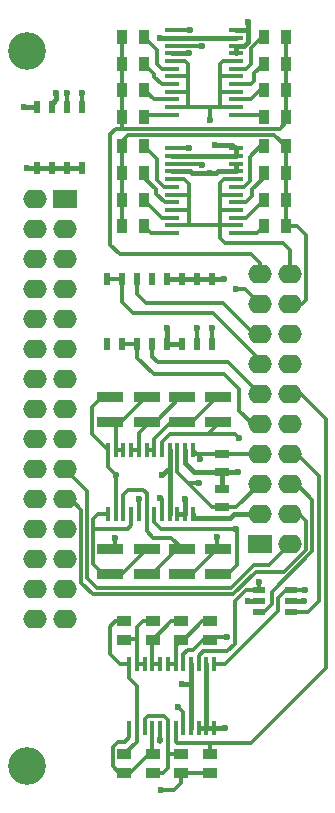
<source format=gtl>
G04*
G04 #@! TF.GenerationSoftware,Altium Limited,Altium Designer,18.1.7 (191)*
G04*
G04 Layer_Physical_Order=1*
G04 Layer_Color=255*
%FSLAX44Y44*%
%MOMM*%
G71*
G01*
G75*
%ADD13R,2.2000X0.9000*%
%ADD14R,1.2000X0.8500*%
%ADD15R,0.9000X1.3000*%
%ADD16R,0.3000X1.3000*%
%ADD17R,1.1000X0.6000*%
%ADD18R,1.3000X0.7000*%
%ADD19R,0.5100X1.1000*%
%ADD20R,1.3000X0.3000*%
%ADD34C,0.3000*%
%ADD35C,0.4000*%
%ADD36R,2.0000X1.6000*%
%ADD37O,2.0000X1.6000*%
%ADD38C,3.2000*%
%ADD39C,0.6000*%
D13*
X1249136Y1970500D02*
D03*
Y1949500D02*
D03*
Y1820316D02*
D03*
Y1841316D02*
D03*
X1219050D02*
D03*
Y1820316D02*
D03*
X1188772Y1949500D02*
D03*
Y1970500D02*
D03*
Y1841316D02*
D03*
Y1820316D02*
D03*
X1158240Y1949500D02*
D03*
Y1970500D02*
D03*
Y1841316D02*
D03*
Y1820316D02*
D03*
X1219050Y1949500D02*
D03*
Y1970500D02*
D03*
D14*
X1170000Y1780250D02*
D03*
Y1764750D02*
D03*
X1194167Y1780250D02*
D03*
Y1764750D02*
D03*
X1218333Y1780250D02*
D03*
Y1764750D02*
D03*
X1242500Y1780250D02*
D03*
Y1764750D02*
D03*
X1242500Y1652250D02*
D03*
Y1667750D02*
D03*
X1218333D02*
D03*
Y1652250D02*
D03*
X1194167Y1667750D02*
D03*
Y1652250D02*
D03*
X1170000Y1667750D02*
D03*
Y1652250D02*
D03*
D15*
X1288000Y2115000D02*
D03*
X1307000D02*
D03*
X1288000Y2137500D02*
D03*
X1307000D02*
D03*
X1288000Y2160000D02*
D03*
X1307000D02*
D03*
X1288000Y2182500D02*
D03*
X1307000D02*
D03*
X1288000Y2207500D02*
D03*
X1307000D02*
D03*
X1288000Y2230000D02*
D03*
X1307000D02*
D03*
X1288000Y2252500D02*
D03*
X1307000D02*
D03*
X1288000Y2275000D02*
D03*
X1307000D02*
D03*
X1187000Y2115000D02*
D03*
X1168000D02*
D03*
X1187000Y2137500D02*
D03*
X1168000D02*
D03*
X1187000Y2160000D02*
D03*
X1168000D02*
D03*
X1187000Y2182500D02*
D03*
X1168000D02*
D03*
X1187000Y2207500D02*
D03*
X1168000D02*
D03*
X1187000Y2230000D02*
D03*
X1168000D02*
D03*
X1187000Y2252500D02*
D03*
X1168000D02*
D03*
X1187000Y2275000D02*
D03*
X1168000D02*
D03*
D16*
X1227772Y1925142D02*
D03*
X1221272D02*
D03*
X1214772D02*
D03*
X1208272D02*
D03*
X1201772D02*
D03*
X1195272D02*
D03*
X1188772D02*
D03*
X1182272D02*
D03*
X1175772D02*
D03*
X1169272D02*
D03*
X1162772D02*
D03*
X1156272D02*
D03*
X1227772Y1871142D02*
D03*
X1221272D02*
D03*
X1214772D02*
D03*
X1208272D02*
D03*
X1201772D02*
D03*
X1195272D02*
D03*
X1188772D02*
D03*
X1182272D02*
D03*
X1175772D02*
D03*
X1169272D02*
D03*
X1162772D02*
D03*
X1156272D02*
D03*
X1245836Y1743878D02*
D03*
X1239336D02*
D03*
X1232836D02*
D03*
X1226336D02*
D03*
X1219836D02*
D03*
X1213336D02*
D03*
X1206836D02*
D03*
X1200336D02*
D03*
X1193836D02*
D03*
X1187336D02*
D03*
X1180836D02*
D03*
X1174336D02*
D03*
X1245836Y1689878D02*
D03*
X1239336D02*
D03*
X1232836D02*
D03*
X1226336D02*
D03*
X1219836D02*
D03*
X1213336D02*
D03*
X1206836D02*
D03*
X1200336D02*
D03*
X1193836D02*
D03*
X1187336D02*
D03*
X1180836D02*
D03*
X1174336D02*
D03*
D17*
X1311000Y1788000D02*
D03*
Y1797500D02*
D03*
Y1807000D02*
D03*
X1284000Y1788000D02*
D03*
Y1797500D02*
D03*
Y1807000D02*
D03*
D18*
X1252500Y1892350D02*
D03*
Y1876850D02*
D03*
Y1906850D02*
D03*
Y1922350D02*
D03*
D19*
X1155550Y2015000D02*
D03*
X1168250D02*
D03*
X1180950D02*
D03*
X1193650D02*
D03*
X1206350D02*
D03*
X1219050D02*
D03*
X1231750D02*
D03*
X1244450D02*
D03*
X1155550Y2070000D02*
D03*
X1168250D02*
D03*
X1180950D02*
D03*
X1193650D02*
D03*
X1206350D02*
D03*
X1219050D02*
D03*
X1231750D02*
D03*
X1244450D02*
D03*
X1134050Y2215500D02*
D03*
X1121350D02*
D03*
X1108650D02*
D03*
X1095950D02*
D03*
X1134050Y2164500D02*
D03*
X1121350D02*
D03*
X1108650D02*
D03*
X1095950D02*
D03*
D20*
X1210500Y2180750D02*
D03*
Y2174250D02*
D03*
Y2167750D02*
D03*
Y2161250D02*
D03*
Y2154750D02*
D03*
Y2148250D02*
D03*
Y2141750D02*
D03*
Y2135250D02*
D03*
Y2128750D02*
D03*
Y2122250D02*
D03*
Y2115750D02*
D03*
Y2109250D02*
D03*
X1264500Y2180750D02*
D03*
Y2174250D02*
D03*
Y2167750D02*
D03*
Y2161250D02*
D03*
Y2154750D02*
D03*
Y2148250D02*
D03*
Y2141750D02*
D03*
Y2135250D02*
D03*
Y2128750D02*
D03*
Y2122250D02*
D03*
Y2115750D02*
D03*
Y2109250D02*
D03*
X1210500Y2280750D02*
D03*
Y2274250D02*
D03*
Y2267750D02*
D03*
Y2261250D02*
D03*
Y2254750D02*
D03*
Y2248250D02*
D03*
Y2241750D02*
D03*
Y2235250D02*
D03*
Y2228750D02*
D03*
Y2222250D02*
D03*
Y2215750D02*
D03*
Y2209250D02*
D03*
X1264500Y2280750D02*
D03*
Y2274250D02*
D03*
Y2267750D02*
D03*
Y2261250D02*
D03*
Y2254750D02*
D03*
Y2248250D02*
D03*
Y2241750D02*
D03*
Y2235250D02*
D03*
Y2228750D02*
D03*
Y2222250D02*
D03*
Y2215750D02*
D03*
Y2209250D02*
D03*
D34*
X1158240Y1841316D02*
X1162154Y1845230D01*
Y1851152D01*
X1143962Y1858518D02*
X1172718D01*
X1248480Y1841316D02*
Y1851336D01*
X1249136Y1820316D02*
X1257532D01*
X1248480D02*
X1249136D01*
X1200336Y1678586D02*
Y1689878D01*
X1218333Y1643911D02*
Y1652250D01*
X1211922Y1637500D02*
X1218333Y1643911D01*
X1201100Y1637500D02*
X1211922D01*
X1189772Y1667500D02*
X1195000D01*
X1193500Y1669000D02*
X1194750Y1667750D01*
X1174522Y1652250D02*
X1189772Y1667500D01*
X1170000Y1652250D02*
X1174522D01*
X1194750Y1667750D02*
X1195000Y1667500D01*
X1194167Y1667750D02*
X1194750D01*
X1193500Y1669000D02*
Y1689542D01*
X1193836Y1689878D01*
X1152500Y1820000D02*
X1158240D01*
X1143740Y1828760D02*
X1152500Y1820000D01*
X1143740Y1828760D02*
Y1858740D01*
Y1867382D01*
X1147500Y1871142D01*
X1156272D01*
X1241480Y1940000D02*
X1248480Y1947000D01*
X1263518Y1938914D02*
X1267206Y1935226D01*
X1240394Y1938914D02*
X1263518D01*
X1240394D02*
X1241480Y1940000D01*
X1208250Y1938914D02*
X1240394D01*
X1201772Y1932436D02*
X1208250Y1938914D01*
X1209708Y1949500D02*
X1227480D01*
X1195272Y1935064D02*
X1209708Y1949500D01*
X1254574Y2154750D02*
X1264500D01*
X1251204Y2151380D02*
X1254574Y2154750D01*
X1277500Y2265815D02*
X1286685Y2275000D01*
X1288000D01*
X1166064Y2091436D02*
X1277318D01*
X1158240Y2099260D02*
X1166064Y2091436D01*
X1158240Y2099260D02*
Y2193036D01*
X1284600Y2074300D02*
Y2084154D01*
X1277318Y2091436D02*
X1284600Y2084154D01*
X1310000Y2074300D02*
Y2095000D01*
X1304420Y2100580D02*
X1310000Y2095000D01*
X1255522Y2100580D02*
X1304420D01*
X1323500Y2052226D02*
Y2107500D01*
X1316000Y2115000D02*
X1323500Y2107500D01*
X1307000Y2115000D02*
X1316000D01*
X1219050Y1970500D02*
X1219644D01*
X1212644D02*
X1217500D01*
X1182272Y1940128D02*
X1191644Y1949500D01*
X1196500D01*
X1188772D02*
X1191644D01*
X1219050Y1970500D02*
X1219050Y1970500D01*
X1217500Y1970500D02*
X1219050D01*
X1196500Y1949500D02*
X1217500Y1970500D01*
X1188772Y1970500D02*
X1191644D01*
X1188000D02*
X1188772D01*
X1167000Y1949500D02*
X1188000Y1970500D01*
X1164694Y1949500D02*
X1167000D01*
X1151922Y1970500D02*
X1164694D01*
X1142500Y1961650D02*
X1151636Y1970786D01*
X1142500Y1938914D02*
Y1961650D01*
Y1938914D02*
X1156272Y1925142D01*
X1263650Y1761520D02*
Y1797842D01*
X1257016Y1754886D02*
X1263650Y1761520D01*
X1236980Y1754886D02*
X1257016D01*
X1209808Y1851152D02*
X1219644Y1841316D01*
X1193588Y1820316D02*
X1198644D01*
X1188772D02*
X1193588D01*
X1214588Y1841316D02*
X1219050D01*
X1193588Y1820316D02*
X1214588Y1841316D01*
X1158240Y1820316D02*
X1167772D01*
X1188772Y1841316D01*
X1143740Y1858740D02*
X1143962Y1858518D01*
X1138682Y1817072D02*
Y1890518D01*
X1133682Y1812718D02*
Y1874948D01*
X1147020Y1808734D02*
X1260400D01*
X1138682Y1817072D02*
X1147020Y1808734D01*
X1180836Y1743878D02*
X1187336D01*
X1307000Y2160000D02*
Y2182500D01*
X1233932Y1922350D02*
X1252500D01*
X1230564D02*
X1233932D01*
Y1917446D02*
Y1922350D01*
X1224153Y1897253D02*
X1244556Y1876850D01*
X1214772Y1906634D02*
X1224153Y1897253D01*
X1232709D02*
X1232836Y1897126D01*
X1224153Y1897253D02*
X1232709D01*
X1319800Y1972700D02*
X1340612Y1951888D01*
X1340612Y1740612D02*
Y1951888D01*
X1277500Y1677500D02*
X1340612Y1740612D01*
X1316600Y1921900D02*
X1334770Y1903730D01*
X1334908Y1797270D02*
Y1903730D01*
X1325500Y1788000D02*
X1334770Y1797270D01*
X1315888Y1896500D02*
X1329182Y1883206D01*
X1329204Y1839548D02*
Y1883206D01*
X1295146Y1805512D02*
X1329182Y1839548D01*
X1323500Y1840937D02*
Y1865724D01*
X1305013Y1822450D02*
X1323500Y1840937D01*
X1315182Y1874042D02*
X1323500Y1865724D01*
X1122415Y1886215D02*
X1133682Y1874948D01*
X1312942Y1874042D02*
X1315182D01*
X1210500Y2267750D02*
X1235164D01*
X1221600Y2254750D02*
X1223850Y2252500D01*
X1210500Y2254750D02*
X1221600D01*
X1235164Y2267750D02*
X1235710Y2267204D01*
X1223932Y2180750D02*
X1224534Y2181352D01*
X1224872Y2280750D02*
X1225550Y2281428D01*
X1242314Y2204466D02*
Y2214988D01*
X1263650Y1797842D02*
X1272808Y1807000D01*
X1242500Y1764750D02*
X1244574Y1766824D01*
X1256792D01*
X1272808Y1807000D02*
X1284000D01*
X1279450Y1827784D02*
X1292084D01*
X1281187Y1822450D02*
X1305013D01*
X1261883Y1803146D02*
X1281187Y1822450D01*
X1260400Y1808734D02*
X1279450Y1827784D01*
X1143254Y1803146D02*
X1261883D01*
X1300480Y1789217D02*
Y1800352D01*
X1245836Y1743878D02*
X1255141D01*
X1300480Y1789217D01*
X1232836Y1750742D02*
X1236980Y1754886D01*
X1232836Y1743878D02*
Y1750742D01*
X1295146Y1795196D02*
Y1805512D01*
X1307050Y1807000D02*
X1311000D01*
X1302000Y1801950D02*
X1307050Y1807000D01*
X1302000Y1801872D02*
Y1801950D01*
X1300480Y1800352D02*
X1302000Y1801872D01*
X1284000Y1788000D02*
X1287950D01*
X1295146Y1795196D01*
X1292084Y1827784D02*
X1310000Y1845700D01*
X1283970Y1814068D02*
X1284000Y1814038D01*
Y1807000D02*
Y1814038D01*
X1322788Y1807000D02*
X1322832Y1806956D01*
X1311000Y1807000D02*
X1322788D01*
X1244556Y1876850D02*
X1252500D01*
X1214772Y1906634D02*
Y1925142D01*
X1227772D02*
X1230564Y1922350D01*
X1244346Y2028444D02*
X1244450Y2028340D01*
Y2015000D02*
Y2028340D01*
X1231646Y2015104D02*
X1231750Y2015000D01*
X1231646Y2015104D02*
Y2028444D01*
X1234834Y2167750D02*
X1235710Y2166874D01*
X1210500Y2167750D02*
X1234834D01*
X1210500Y2180750D02*
X1223932D01*
X1210500Y2280750D02*
X1224872D01*
X1133856Y2227834D02*
X1134050Y2227640D01*
Y2215500D02*
Y2227640D01*
X1121156Y2227834D02*
X1121350Y2227640D01*
Y2215500D02*
Y2227640D01*
X1220402Y2154750D02*
X1224534Y2150618D01*
X1210500Y2154750D02*
X1220402D01*
X1241552Y2215750D02*
X1251150D01*
X1222500D02*
X1241552D01*
X1242314Y2214988D01*
X1264412Y2061718D02*
X1271782D01*
X1284600Y2048900D01*
X1267122Y1935142D02*
X1267206Y1935226D01*
X1245388Y2041144D02*
X1284600Y2001932D01*
X1257558Y1999742D02*
X1284600Y1972700D01*
X1267206Y1958848D02*
Y1977204D01*
X1254574Y1989836D02*
X1267206Y1977204D01*
X1201100Y1884492D02*
X1201772Y1883820D01*
Y1871142D02*
Y1883820D01*
X1200150Y1884492D02*
X1201100D01*
X1182116Y1883918D02*
X1182272Y1883762D01*
Y1871142D02*
Y1883762D01*
X1188772Y1871142D02*
Y1888744D01*
X1185978Y1891538D02*
X1188772Y1888744D01*
X1248156Y1851660D02*
X1248480Y1851336D01*
X1173480Y1891538D02*
X1185978D01*
X1169272Y1887330D02*
X1173480Y1891538D01*
X1169272Y1871142D02*
Y1887330D01*
X1162772Y1871142D02*
Y1904452D01*
X1227480Y1820316D02*
X1248480Y1841316D01*
X1219644Y1820316D02*
X1227480D01*
X1265000Y1827784D02*
Y1858010D01*
X1264746Y1858264D02*
X1265000Y1858010D01*
X1201166Y1858264D02*
X1264746D01*
X1188772Y1856547D02*
Y1871142D01*
X1194167Y1851152D02*
X1209808D01*
X1188772Y1856547D02*
X1194167Y1851152D01*
X1195272Y1864158D02*
X1201166Y1858264D01*
X1195272Y1864158D02*
Y1871142D01*
X1151636Y1970786D02*
X1151922Y1970500D01*
X1156272Y1910952D02*
Y1922590D01*
Y1910952D02*
X1162772Y1904452D01*
X1172718Y1858518D02*
X1175772Y1861572D01*
Y1871142D01*
X1133682Y1812718D02*
X1143254Y1803146D01*
X1257532Y1820316D02*
X1265000Y1827784D01*
X1195272Y1925142D02*
Y1935064D01*
X1182272Y1925142D02*
Y1940128D01*
X1227480Y1949500D02*
X1248480Y1970500D01*
X1201772Y1925142D02*
Y1932436D01*
X1162772Y1945078D02*
X1164694Y1947000D01*
X1162772Y1925142D02*
Y1945078D01*
X1120000Y1909200D02*
X1138682Y1890518D01*
X1156272Y1922590D02*
Y1925142D01*
X1156208Y1922526D02*
X1156272Y1922590D01*
X1120000Y1883800D02*
X1122415Y1886215D01*
X1310000Y1871100D02*
X1312942Y1874042D01*
X1162772Y1925142D02*
X1169272D01*
X1175772D02*
X1182272D01*
X1188772D02*
X1195272D01*
X1242500Y1677500D02*
X1277500D01*
X1214422D02*
X1242500D01*
Y1667750D02*
Y1677500D01*
X1310000Y1972700D02*
X1319800D01*
X1311000Y1788000D02*
X1325500D01*
X1310000Y1896500D02*
X1315888D01*
X1310000Y1921900D02*
X1316600D01*
X1236301Y1764750D02*
X1242500D01*
X1227961Y1756410D02*
X1236301Y1764750D01*
X1223772Y1756410D02*
X1227961D01*
X1219836Y1689878D02*
Y1703064D01*
X1220000Y1703228D01*
X1215728Y1707500D02*
X1220000Y1703228D01*
X1166394Y1743878D02*
X1174336D01*
X1157500Y1752772D02*
X1166394Y1743878D01*
X1157500Y1752772D02*
Y1775596D01*
X1162154Y1780250D01*
X1170000D01*
X1174336Y1732500D02*
Y1743878D01*
Y1732500D02*
X1180836Y1726000D01*
Y1689878D02*
Y1726000D01*
X1218333Y1652250D02*
X1242500D01*
X1200000Y1678922D02*
Y1680000D01*
Y1678922D02*
X1200336Y1678586D01*
X1160000Y1673586D02*
X1165000Y1678586D01*
X1160000Y1657500D02*
Y1673586D01*
X1213336Y1678586D02*
Y1689878D01*
Y1678586D02*
X1214422Y1677500D01*
X1206836Y1689878D02*
Y1697014D01*
X1203850Y1700000D02*
X1206836Y1697014D01*
X1190000Y1700000D02*
X1203850D01*
X1187336Y1697336D02*
X1190000Y1700000D01*
X1187336Y1689878D02*
Y1697336D01*
X1174336Y1682664D02*
Y1689878D01*
X1170258Y1678586D02*
X1174336Y1682664D01*
X1165000Y1678586D02*
X1170258D01*
X1160000Y1657500D02*
X1165250Y1652250D01*
X1170000D01*
X1206836Y1667500D02*
Y1689878D01*
Y1656253D02*
Y1667500D01*
X1207086Y1667750D01*
X1218333D01*
X1202833Y1652250D02*
X1206836Y1656253D01*
X1194167Y1652250D02*
X1202833D01*
X1180836Y1678586D02*
Y1689878D01*
X1170000Y1667750D02*
X1180836Y1678586D01*
X1180846Y1775596D02*
X1185500Y1780250D01*
X1180846Y1765046D02*
Y1775596D01*
X1170296Y1765046D02*
X1180846D01*
X1180836Y1765036D02*
X1180846Y1765046D01*
X1170000Y1764750D02*
X1170296Y1765046D01*
X1180836Y1743878D02*
Y1765036D01*
X1219836Y1752474D02*
X1223772Y1756410D01*
X1219836Y1743878D02*
Y1752474D01*
X1213336Y1759753D02*
X1218333Y1764750D01*
X1213336Y1743878D02*
Y1759753D01*
X1206836Y1743878D02*
X1213336D01*
X1193836D02*
X1200336D01*
X1193836Y1764419D02*
X1194167Y1764750D01*
X1193836Y1743878D02*
Y1764419D01*
X1185500Y1780250D02*
X1194167D01*
Y1764750D02*
X1209667Y1780250D01*
X1218333D01*
Y1764750D02*
X1220470D01*
X1235970Y1780250D01*
X1242500D01*
X1250950Y2105152D02*
X1255522Y2100580D01*
X1158240Y2193036D02*
X1162732Y2197528D01*
X1181022D01*
X1168000Y2199532D02*
Y2207500D01*
X1173226Y2192528D02*
X1178951D01*
X1168000Y2187302D02*
X1173226Y2192528D01*
X1181050Y2197500D02*
X1301750D01*
X1307000Y2202750D01*
Y2207500D01*
X1250950Y2105152D02*
Y2115750D01*
X1310000Y2048900D02*
X1319902D01*
X1320038Y2048764D01*
X1323500Y2052226D01*
X1284600Y2074300D02*
X1285866D01*
X1178979Y2192500D02*
X1297000D01*
X1307000Y2182500D01*
X1178951Y2192528D02*
X1178979Y2192500D01*
X1181022Y2197528D02*
X1181050Y2197500D01*
X1168000Y2182500D02*
Y2187302D01*
X1264950Y1876850D02*
X1284600Y1896500D01*
X1252500Y1876850D02*
X1264950D01*
X1252500Y1922350D02*
X1252950Y1921900D01*
X1284600D01*
X1177544Y2041144D02*
X1245388D01*
X1168250Y2050438D02*
X1177544Y2041144D01*
X1198372Y1999742D02*
X1257558D01*
X1193650Y2004464D02*
X1198372Y1999742D01*
X1168250Y2050438D02*
Y2070000D01*
X1188212Y2050034D02*
X1253236D01*
X1180338Y2057908D02*
X1188212Y2050034D01*
X1180338Y2057908D02*
Y2069388D01*
X1284600Y1998100D02*
Y2001932D01*
X1253236Y2050034D02*
X1279770Y2023500D01*
X1284600D01*
X1194816Y1989836D02*
X1254574D01*
X1180950Y2003702D02*
X1194816Y1989836D01*
X1193650Y2004464D02*
Y2015000D01*
X1180338Y2069388D02*
X1180950Y2070000D01*
X1278754Y1947300D02*
X1284600D01*
X1267206Y1958848D02*
X1278754Y1947300D01*
X1180950Y2003702D02*
Y2015000D01*
X1168250D02*
X1180950D01*
X1155550Y2070000D02*
X1168250D01*
X1251204Y2141220D02*
Y2151380D01*
Y2129282D02*
Y2141220D01*
X1251734Y2141750D01*
X1264500D01*
X1251204Y2116004D02*
Y2129282D01*
X1251736Y2128750D01*
X1264500D01*
X1224534Y2129028D02*
Y2141982D01*
Y2115750D02*
Y2129028D01*
X1224256Y2128750D02*
X1224534Y2129028D01*
X1210500Y2128750D02*
X1224256D01*
X1224534Y2141982D02*
Y2150618D01*
X1224302Y2141750D02*
X1224534Y2141982D01*
X1210500Y2141750D02*
X1224302D01*
X1250950Y2115750D02*
X1264500D01*
X1224534D02*
X1250950D01*
X1251204Y2116004D01*
X1210500Y2115750D02*
X1224534D01*
X1203788Y2148250D02*
X1210500D01*
X1197864Y2154174D02*
X1203788Y2148250D01*
X1197864Y2154174D02*
Y2171636D01*
X1187000Y2182500D02*
X1197864Y2171636D01*
X1196848Y2142452D02*
Y2146046D01*
X1187000Y2155894D02*
X1196848Y2146046D01*
X1187000Y2155894D02*
Y2160000D01*
X1204050Y2135250D02*
X1210500D01*
X1196848Y2142452D02*
X1204050Y2135250D01*
X1187000Y2137500D02*
X1202250Y2122250D01*
X1210500D01*
X1187000Y2115000D02*
X1192750Y2109250D01*
X1210500D01*
X1168000Y2160000D02*
Y2182500D01*
Y2137500D02*
Y2160000D01*
Y2115000D02*
Y2137500D01*
X1307000D02*
Y2160000D01*
Y2115000D02*
Y2137500D01*
X1282250Y2109250D02*
X1288000Y2115000D01*
X1264500Y2109250D02*
X1282250D01*
X1272750Y2122250D02*
X1288000Y2137500D01*
X1264500Y2122250D02*
X1272750D01*
X1288000Y2155664D02*
Y2160000D01*
X1278382Y2146046D02*
X1288000Y2155664D01*
X1278382Y2140204D02*
Y2146046D01*
X1270950Y2148250D02*
X1276096Y2153396D01*
X1264500Y2148250D02*
X1270950D01*
X1276096Y2153396D02*
Y2173478D01*
X1273428Y2135250D02*
X1278382Y2140204D01*
X1276096Y2173478D02*
X1285118Y2182500D01*
X1264500Y2135250D02*
X1273428D01*
X1285118Y2182500D02*
X1288000D01*
X1277500Y2252500D02*
Y2265815D01*
X1253400Y2254750D02*
X1264500D01*
X1251150Y2252500D02*
X1253400Y2254750D01*
X1223850Y2229800D02*
Y2242500D01*
Y2217100D02*
Y2229800D01*
X1222800Y2228750D02*
X1223850Y2229800D01*
X1210500Y2228750D02*
X1222800D01*
X1223850Y2242500D02*
Y2252500D01*
X1223100Y2241750D02*
X1223850Y2242500D01*
X1210500Y2241750D02*
X1223100D01*
X1251150Y2229125D02*
Y2242500D01*
Y2215750D02*
Y2229125D01*
X1251525Y2228750D01*
X1264500D01*
X1251150Y2242500D02*
Y2252500D01*
Y2242500D02*
X1251900Y2241750D01*
X1264500D01*
X1251150Y2215750D02*
X1264500D01*
X1210500D02*
X1222500D01*
X1223850Y2217100D01*
X1273250Y2248250D02*
X1277500Y2252500D01*
X1264500Y2248250D02*
X1273250D01*
X1280000Y2244500D02*
X1288000Y2252500D01*
X1280000Y2237750D02*
Y2244500D01*
X1277500Y2235250D02*
X1280000Y2237750D01*
X1264500Y2235250D02*
X1277500D01*
X1285250Y2230000D02*
X1288000D01*
X1277500Y2222250D02*
X1285250Y2230000D01*
X1264500Y2222250D02*
X1277500D01*
X1307000Y2252500D02*
Y2275000D01*
Y2230000D02*
Y2252500D01*
Y2207500D02*
Y2230000D01*
X1286250Y2209250D02*
X1288000Y2207500D01*
X1264500Y2209250D02*
X1286250D01*
X1197500Y2252500D02*
Y2264500D01*
Y2252500D02*
X1201750Y2248250D01*
X1210500D01*
X1168000Y2252500D02*
Y2275000D01*
Y2230000D02*
Y2252500D01*
Y2207500D02*
Y2230000D01*
X1187000Y2207500D02*
X1188750Y2209250D01*
X1210500D01*
X1201500Y2235250D02*
X1210500D01*
X1195280Y2241470D02*
X1201500Y2235250D01*
X1195280Y2241470D02*
Y2244020D01*
X1187000Y2252300D02*
X1195280Y2244020D01*
X1187000Y2252300D02*
Y2252500D01*
Y2230000D02*
X1194750Y2222250D01*
X1210500D01*
X1187000Y2275000D02*
X1197500Y2264500D01*
D35*
X1311000Y1797500D02*
X1322500D01*
X1247140Y2184000D02*
X1261250D01*
X1210500Y2261250D02*
X1225000D01*
X1210500Y2274250D02*
X1264500D01*
X1275080Y1797500D02*
X1284000D01*
X1221272Y1914314D02*
Y1925142D01*
Y1914314D02*
X1228736Y1906850D01*
X1252500D01*
X1220978Y1884172D02*
X1221272Y1883878D01*
Y1871142D02*
Y1883878D01*
X1210500Y2174250D02*
X1264500D01*
X1249136Y2161250D02*
X1264500D01*
X1247760Y2159874D02*
X1249136Y2161250D01*
X1242426Y2159874D02*
X1247760D01*
X1226962D02*
X1242426D01*
X1225586Y2161250D02*
X1226962Y2159874D01*
X1210500Y2161250D02*
X1225586D01*
X1112500Y2222500D02*
Y2227500D01*
X1108650Y2218650D02*
X1112500Y2222500D01*
X1108650Y2215500D02*
Y2218650D01*
X1227772Y1867916D02*
X1259223D01*
X1210500Y2161250D02*
X1210500Y2161250D01*
X1259223Y1867916D02*
X1262449Y1871142D01*
X1227772Y1867916D02*
Y1871142D01*
X1284558D02*
X1284600Y1871100D01*
X1262449Y1871142D02*
X1284558D01*
X1208272Y1908302D02*
Y1925142D01*
Y1871142D02*
Y1908302D01*
X1201928Y1904238D02*
X1205992Y1908302D01*
X1208272D01*
X1214772Y1871142D02*
X1221272D01*
X1239336Y1689878D02*
Y1743878D01*
X1245836Y1689878D02*
X1254878D01*
X1239336D02*
X1245836D01*
X1232836D02*
X1239336D01*
X1254878D02*
X1255000Y1690000D01*
X1226336Y1727500D02*
Y1743878D01*
Y1689878D02*
Y1727500D01*
X1219050D02*
X1226336D01*
X1261250Y2184000D02*
X1264500Y2180750D01*
X1266262Y1906850D02*
X1266444Y1907032D01*
X1252500Y1906850D02*
X1266262D01*
X1252500Y1892350D02*
Y1906850D01*
X1206246Y2028850D02*
X1206350Y2028746D01*
Y2015000D02*
Y2028746D01*
Y2015000D02*
X1219050D01*
X1244450Y2070000D02*
X1253898D01*
X1231750D02*
X1244450D01*
X1219050D02*
X1231750D01*
X1206350D02*
X1219050D01*
X1253898D02*
X1253998Y2070100D01*
X1264500Y2161250D02*
Y2167750D01*
Y2174250D02*
Y2180750D01*
X1085000Y2215750D02*
X1085250Y2215500D01*
X1095950D01*
X1121350Y2164500D02*
X1134050D01*
X1108650D02*
X1121350D01*
X1095950D02*
X1108650D01*
X1087500D02*
X1095950D01*
X1200000Y2274250D02*
X1210500D01*
X1271657Y2267750D02*
X1275000Y2271093D01*
X1264500Y2267750D02*
X1271657D01*
X1275000Y2280000D02*
Y2287500D01*
X1274000Y2280000D02*
X1275000D01*
Y2278250D02*
Y2280000D01*
X1264500Y2280750D02*
X1273250D01*
X1274000Y2280000D01*
X1275000Y2278250D02*
X1275000Y2278250D01*
Y2271093D02*
Y2278250D01*
X1264500Y2261250D02*
Y2267750D01*
D36*
X1284600Y1845700D02*
D03*
X1120000Y2137800D02*
D03*
D37*
X1284600Y1871100D02*
D03*
Y1896500D02*
D03*
Y1921900D02*
D03*
Y1947300D02*
D03*
Y1972700D02*
D03*
Y1998100D02*
D03*
Y2023500D02*
D03*
Y2048900D02*
D03*
Y2074300D02*
D03*
X1310000Y1845700D02*
D03*
Y1871100D02*
D03*
Y1896500D02*
D03*
Y1921900D02*
D03*
Y1947300D02*
D03*
Y1972700D02*
D03*
Y1998100D02*
D03*
Y2023500D02*
D03*
Y2048900D02*
D03*
Y2074300D02*
D03*
X1094600Y2137800D02*
D03*
Y2112400D02*
D03*
Y2087000D02*
D03*
Y2061600D02*
D03*
Y2036200D02*
D03*
Y2010800D02*
D03*
Y1985400D02*
D03*
Y1960000D02*
D03*
Y1934600D02*
D03*
Y1909200D02*
D03*
Y1883800D02*
D03*
Y1858400D02*
D03*
Y1833000D02*
D03*
Y1807600D02*
D03*
Y1782200D02*
D03*
X1120000Y2112400D02*
D03*
Y2087000D02*
D03*
Y2061600D02*
D03*
Y2036200D02*
D03*
Y2010800D02*
D03*
Y1985400D02*
D03*
Y1960000D02*
D03*
Y1934600D02*
D03*
Y1909200D02*
D03*
Y1883800D02*
D03*
Y1858400D02*
D03*
Y1833000D02*
D03*
Y1807600D02*
D03*
Y1782200D02*
D03*
D38*
X1087500Y1657500D02*
D03*
Y2262886D02*
D03*
D39*
X1162154Y1851152D02*
D03*
X1201100Y1637500D02*
D03*
X1322500Y1797500D02*
D03*
X1233932Y1917446D02*
D03*
X1232836Y1897126D02*
D03*
X1247140Y2184000D02*
D03*
X1225000Y2261250D02*
D03*
X1235710Y2267204D02*
D03*
X1224534Y2181352D02*
D03*
X1225550Y2281428D02*
D03*
X1242314Y2204466D02*
D03*
X1256792Y1766824D02*
D03*
X1275080Y1797500D02*
D03*
X1283970Y1814068D02*
D03*
X1322832Y1806956D02*
D03*
X1220978Y1884172D02*
D03*
X1244346Y2028444D02*
D03*
X1231646D02*
D03*
X1235710Y2166874D02*
D03*
X1242426Y2159874D02*
D03*
X1133856Y2227834D02*
D03*
X1121156D02*
D03*
X1264412Y2061718D02*
D03*
X1267206Y1935226D02*
D03*
X1264746Y1858264D02*
D03*
X1201928Y1904238D02*
D03*
X1200150Y1884492D02*
D03*
X1182116Y1883918D02*
D03*
X1248156Y1851660D02*
D03*
X1162772Y1904452D02*
D03*
X1112500Y2227500D02*
D03*
X1255000Y1690000D02*
D03*
X1219050Y1727500D02*
D03*
X1215728Y1707500D02*
D03*
X1200000Y1680000D02*
D03*
X1266444Y1907032D02*
D03*
X1206246Y2028850D02*
D03*
X1253998Y2070100D02*
D03*
X1085000Y2215750D02*
D03*
X1087500Y2164500D02*
D03*
X1200000Y2274250D02*
D03*
X1275000Y2287500D02*
D03*
M02*

</source>
